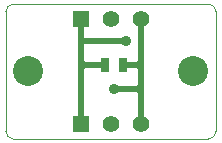
<source format=gbl>
G04 (created by PCBNEW (2013-07-07 BZR 4022)-stable) date 10/22/2013 11:34:47 AM*
%MOIN*%
G04 Gerber Fmt 3.4, Leading zero omitted, Abs format*
%FSLAX34Y34*%
G01*
G70*
G90*
G04 APERTURE LIST*
%ADD10C,0.00590551*%
%ADD11C,0.00393701*%
%ADD12R,0.055X0.055*%
%ADD13C,0.055*%
%ADD14C,0.1*%
%ADD15R,0.025X0.045*%
%ADD16C,0.035*%
%ADD17C,0.02*%
G04 APERTURE END LIST*
G54D10*
G54D11*
X16000Y-13000D02*
G75*
G03X16250Y-13250I250J0D01*
G74*
G01*
X16250Y-8750D02*
G75*
G03X16000Y-9000I0J-250D01*
G74*
G01*
X23000Y-9000D02*
G75*
G03X22750Y-8750I-250J0D01*
G74*
G01*
X22750Y-13250D02*
G75*
G03X23000Y-13000I0J250D01*
G74*
G01*
X16250Y-13250D02*
X22750Y-13250D01*
X22750Y-8750D02*
X16250Y-8750D01*
X23000Y-13000D02*
X23000Y-9000D01*
X23000Y-11000D02*
X23000Y-13000D01*
X16000Y-13000D02*
X16000Y-9000D01*
X16000Y-9250D02*
X16000Y-13000D01*
X16000Y-11000D02*
X16000Y-9250D01*
G54D12*
X18500Y-12750D03*
G54D13*
X19500Y-12750D03*
X20500Y-12750D03*
G54D12*
X18500Y-9250D03*
G54D13*
X19500Y-9250D03*
X20500Y-9250D03*
G54D14*
X16750Y-11000D03*
X22250Y-11000D03*
G54D15*
X19300Y-10800D03*
X19900Y-10800D03*
G54D16*
X19600Y-11600D03*
X20000Y-10000D03*
G54D17*
X20400Y-11600D02*
X20500Y-11700D01*
X20400Y-11600D02*
X20500Y-11500D01*
X20500Y-11500D02*
X20500Y-11600D01*
X20400Y-10800D02*
X20500Y-10900D01*
X19600Y-11600D02*
X20400Y-11600D01*
X20500Y-11600D02*
X20500Y-11700D01*
X20500Y-11700D02*
X20500Y-11600D01*
X20500Y-10700D02*
X20500Y-10900D01*
X20500Y-10900D02*
X20500Y-11600D01*
X20500Y-11600D02*
X20500Y-12750D01*
X19900Y-10800D02*
X20400Y-10800D01*
X20500Y-10700D02*
X20500Y-9250D01*
X20400Y-10800D02*
X20500Y-10700D01*
X20000Y-10000D02*
X18500Y-10000D01*
X18500Y-11000D02*
X18500Y-10900D01*
X18500Y-10900D02*
X18600Y-10800D01*
X18500Y-10600D02*
X18500Y-11000D01*
X18500Y-11000D02*
X18500Y-12750D01*
X19300Y-10800D02*
X18600Y-10800D01*
X18500Y-10700D02*
X18500Y-10600D01*
X18600Y-10800D02*
X18500Y-10700D01*
X18500Y-10600D02*
X18500Y-10000D01*
X18500Y-10000D02*
X18500Y-9250D01*
M02*

</source>
